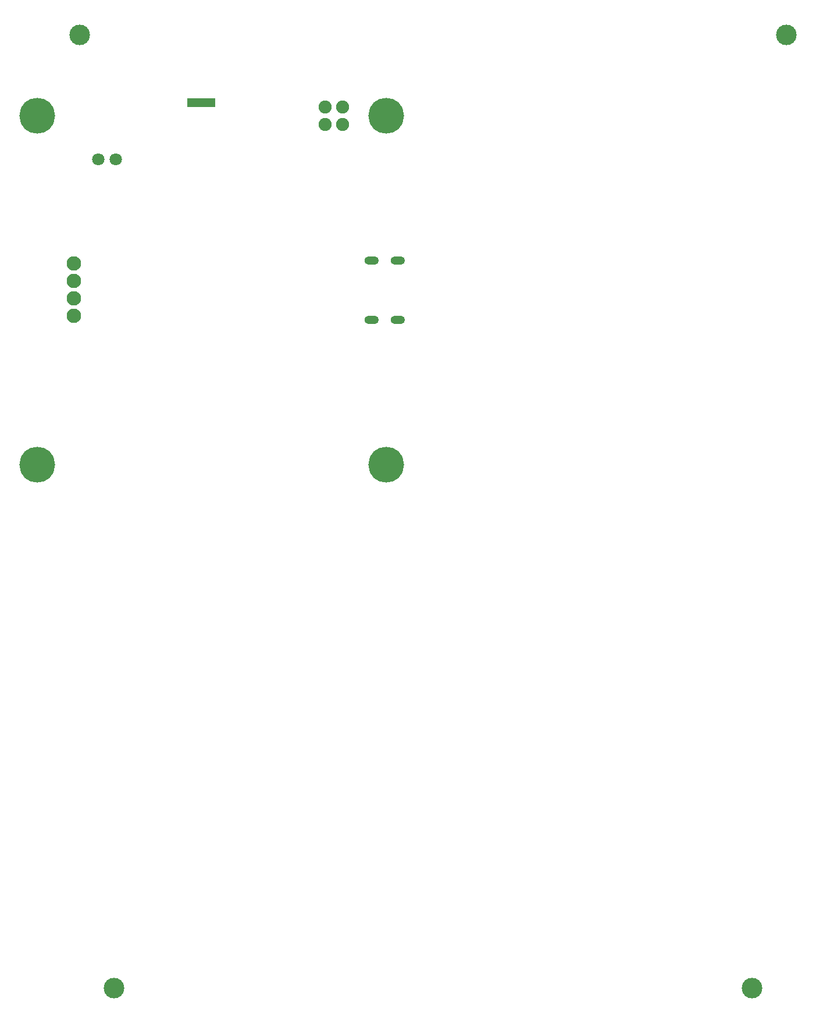
<source format=gbs>
G04 Layer: BottomSolderMaskLayer*
G04 Panelize: Stamp Hole, Column: 2, Row: 2, Board Size: 58.42mm x 58.42mm, Panelized Board Size: 122.84mm x 122.84mm*
G04 EasyEDA v6.5.38, 2023-12-21 15:28:39*
G04 fd97eb0cb9c34c2b97cff67de17a6c99,5a6b42c53f6a479593ecc07194224c93,10*
G04 Gerber Generator version 0.2*
G04 Scale: 100 percent, Rotated: No, Reflected: No *
G04 Dimensions in millimeters *
G04 leading zeros omitted , absolute positions ,4 integer and 5 decimal *
%FSLAX45Y45*%
%MOMM*%

%ADD10O,2.1015960000000002X1.2015978000000003*%
%ADD11C,5.2032*%
%ADD12C,1.9016*%
%ADD13C,1.8016*%
%ADD14C,2.1016*%
%ADD15C,3.0000*%

%LPD*%
D10*
G01*
X5245684Y3353003D03*
G01*
X5245684Y2488996D03*
G01*
X5625693Y2488996D03*
G01*
X5625693Y3353003D03*
D11*
G01*
X381000Y5461000D03*
G01*
X5461000Y5461000D03*
G01*
X5461000Y381000D03*
G01*
X381000Y381000D03*
G01*
X5461000Y5461000D03*
G01*
X381000Y5461000D03*
D12*
G01*
X4826000Y5588000D03*
G01*
X4826000Y5334000D03*
G01*
X4572000Y5334000D03*
G01*
X4572000Y5588000D03*
D13*
G01*
X1524000Y4826000D03*
G01*
X1270000Y4826000D03*
D14*
G01*
X910818Y2799714D03*
G01*
X910818Y3053714D03*
G01*
X910818Y3307714D03*
G01*
X910818Y2545714D03*
D15*
G01*
X999997Y6641998D03*
G01*
X11284000Y6641998D03*
G01*
X1499996Y-7241997D03*
G01*
X10784001Y-7241997D03*
G36*
X2565400Y5715000D02*
G01*
X2971800Y5715000D01*
X2971800Y5588000D01*
X2565400Y5588000D01*
G37*
M02*

</source>
